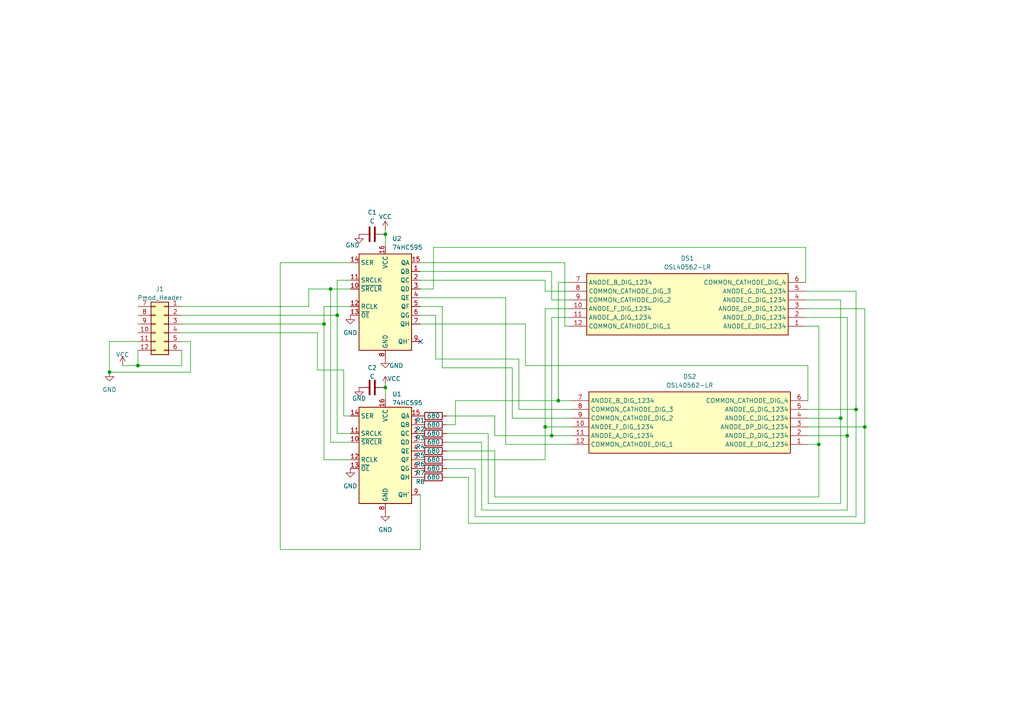
<source format=kicad_sch>
(kicad_sch (version 20230121) (generator eeschema)
  (paper "A4")
  (lib_symbols
    (symbol "74xx:74HC595"
      (property "Reference" "U" (at -7.62 13.97 0))
      (property "Value" "74HC595" (at -7.62 -16.51 0))
      (symbol "74HC595_1_0"
        (pin tri_state line (at 10.16 7.62 180) (length 2.54) (name "QB") (number "1"))
        (pin input line (at -10.16 2.54 0) (length 2.54) (name "~{SRCLR}") (number "10"))
        (pin input line (at -10.16 5.08 0) (length 2.54) (name "SRCLK") (number "11"))
        (pin input line (at -10.16 -2.54 0) (length 2.54) (name "RCLK") (number "12"))
        (pin input line (at -10.16 -5.08 0) (length 2.54) (name "~{OE}") (number "13"))
        (pin input line (at -10.16 10.16 0) (length 2.54) (name "SER") (number "14"))
        (pin tri_state line (at 10.16 10.16 180) (length 2.54) (name "QA") (number "15"))
        (pin power_in line (at 0 15.24 270) (length 2.54) (name "VCC") (number "16"))
        (pin tri_state line (at 10.16 5.08 180) (length 2.54) (name "QC") (number "2"))
        (pin tri_state line (at 10.16 2.54 180) (length 2.54) (name "QD") (number "3"))
        (pin tri_state line (at 10.16 0 180) (length 2.54) (name "QE") (number "4"))
        (pin tri_state line (at 10.16 -2.54 180) (length 2.54) (name "QF") (number "5"))
        (pin tri_state line (at 10.16 -5.08 180) (length 2.54) (name "QG") (number "6"))
        (pin tri_state line (at 10.16 -7.62 180) (length 2.54) (name "QH") (number "7"))
        (pin power_in line (at 0 -17.78 90) (length 2.54) (name "GND") (number "8"))
        (pin output line (at 10.16 -12.7 180) (length 2.54) (name "QH'") (number "9"))
      )
      (symbol "74HC595_1_1"
        (rectangle (start -7.62 12.7) (end 7.62 -15.24) (stroke (width 0.254)) (fill (type background)))
      )
    )
    (symbol "Device:C" (pin_numbers hide) (pin_names (offset 0.254))
      (property "Reference" "C" (at 0.635 2.54 0))
      (property "Value" "C" (at 0.635 -2.54 0))
      (symbol "C_0_1"
        (polyline (pts (xy -2.032 -0.762) (xy 2.032 -0.762)) (stroke (width 0.508)))
        (polyline (pts (xy -2.032 0.762) (xy 2.032 0.762)) (stroke (width 0.508)))
      )
      (symbol "C_1_1"
        (pin passive line (at 0 3.81 270) (length 2.794) (name "~") (number "1"))
        (pin passive line (at 0 -3.81 90) (length 2.794) (name "~") (number "2"))
      )
    )
    (symbol "Device:R" (pin_numbers hide) (pin_names (offset 0))
      (property "Reference" "R" (at 2.032 0 90))
      (property "Value" "R" (at 0 0 90))
      (symbol "R_0_1"
        (rectangle (start -1.016 -2.54) (end 1.016 2.54) (stroke (width 0.254)))
      )
      (symbol "R_1_1"
        (pin passive line (at 0 3.81 270) (length 1.27) (name "~") (number "1"))
        (pin passive line (at 0 -3.81 90) (length 1.27) (name "~") (number "2"))
      )
    )
    (symbol "MyLibrary:Pmod_Header" (pin_names (offset 1.016) hide)
      (property "Reference" "J" (at 1.27 7.62 0))
      (property "Value" "Pmod_Header" (at 1.27 -10.16 0))
      (symbol "Pmod_Header_1_1"
        (rectangle (start -1.27 -7.493) (end 0 -7.747) (stroke (width 0.1524)))
        (rectangle (start -1.27 -4.953) (end 0 -5.207) (stroke (width 0.1524)))
        (rectangle (start -1.27 -2.413) (end 0 -2.667) (stroke (width 0.1524)))
        (rectangle (start -1.27 0.127) (end 0 -0.127) (stroke (width 0.1524)))
        (rectangle (start -1.27 2.667) (end 0 2.413) (stroke (width 0.1524)))
        (rectangle (start -1.27 5.207) (end 0 4.953) (stroke (width 0.1524)))
        (rectangle (start -1.27 6.35) (end 3.81 -8.89) (stroke (width 0.254)) (fill (type background)))
        (rectangle (start 3.81 -7.493) (end 2.54 -7.747) (stroke (width 0.1524)))
        (rectangle (start 3.81 -4.953) (end 2.54 -5.207) (stroke (width 0.1524)))
        (rectangle (start 3.81 -2.413) (end 2.54 -2.667) (stroke (width 0.1524)))
        (rectangle (start 3.81 0.127) (end 2.54 -0.127) (stroke (width 0.1524)))
        (rectangle (start 3.81 2.667) (end 2.54 2.413) (stroke (width 0.1524)))
        (rectangle (start 3.81 5.207) (end 2.54 4.953) (stroke (width 0.1524)))
        (pin passive line (at 7.62 5.08 180) (length 3.81) (name "Pin_1") (number "1"))
        (pin passive line (at -5.08 -2.54 0) (length 3.81) (name "Pin_10") (number "10"))
        (pin passive line (at -5.08 -5.08 0) (length 3.81) (name "Pin_11") (number "11"))
        (pin power_in line (at -5.08 -7.62 0) (length 3.81) (name "Pin_12") (number "12"))
        (pin passive line (at 7.62 2.54 180) (length 3.81) (name "Pin_2") (number "2"))
        (pin passive line (at 7.62 0 180) (length 3.81) (name "Pin_3") (number "3"))
        (pin passive line (at 7.62 -2.54 180) (length 3.81) (name "Pin_4") (number "4"))
        (pin passive line (at 7.62 -5.08 180) (length 3.81) (name "Pin_5") (number "5"))
        (pin power_in line (at 7.62 -7.62 180) (length 3.81) (name "Pin_6") (number "6"))
        (pin passive line (at -5.08 5.08 0) (length 3.81) (name "Pin_7") (number "7"))
        (pin passive line (at -5.08 2.54 0) (length 3.81) (name "Pin_8") (number "8"))
        (pin passive line (at -5.08 0 0) (length 3.81) (name "Pin_9") (number "9"))
      )
    )
    (symbol "SamacSys_Parts:OSL40562-LR"
      (property "Reference" "DS" (at 64.77 7.62 0))
      (property "Value" "OSL40562-LR" (at 64.77 5.08 0))
      (symbol "OSL40562-LR_1_1"
        (rectangle (start 5.08 2.54) (end 63.5 -15.24) (stroke (width 0.254)) (fill (type background)))
        (pin passive line (at 0 0 0) (length 5.08) (name "ANODE_E_DIG_1234") (number "1"))
        (pin passive line (at 68.58 -5.08 180) (length 5.08) (name "ANODE_F_DIG_1234") (number "10"))
        (pin passive line (at 68.58 -2.54 180) (length 5.08) (name "ANODE_A_DIG_1234") (number "11"))
        (pin passive line (at 68.58 0 180) (length 5.08) (name "COMMON_CATHODE_DIG_1") (number "12"))
        (pin passive line (at 0 -2.54 0) (length 5.08) (name "ANODE_D_DIG_1234") (number "2"))
        (pin passive line (at 0 -5.08 0) (length 5.08) (name "ANODE_DP_DIG_1234") (number "3"))
        (pin passive line (at 0 -7.62 0) (length 5.08) (name "ANODE_C_DIG_1234") (number "4"))
        (pin passive line (at 0 -10.16 0) (length 5.08) (name "ANODE_G_DIG_1234") (number "5"))
        (pin passive line (at 0 -12.7 0) (length 5.08) (name "COMMON_CATHODE_DIG_4") (number "6"))
        (pin passive line (at 68.58 -12.7 180) (length 5.08) (name "ANODE_B_DIG_1234") (number "7"))
        (pin passive line (at 68.58 -10.16 180) (length 5.08) (name "COMMON_CATHODE_DIG_3") (number "8"))
        (pin passive line (at 68.58 -7.62 180) (length 5.08) (name "COMMON_CATHODE_DIG_2") (number "9"))
      )
    )
    (symbol "power:GND" (power) (pin_names (offset 0))
      (property "Value" "GND" (at 0 -3.81 0))
      (symbol "GND_0_1"
        (polyline (pts (xy 0 0) (xy 0 -1.27) (xy 1.27 -1.27) (xy 0 -2.54) (xy -1.27 -1.27) (xy 0 -1.27)))
      )
      (symbol "GND_1_1"
        (pin power_in line (at 0 0 270) (length 0) hide (name "GND") (number "1"))
      )
    )
    (symbol "power:VCC" (power) (pin_names (offset 0))
      (property "Value" "VCC" (at 0 3.81 0))
      (symbol "VCC_0_1"
        (polyline (pts (xy -0.762 1.27) (xy 0 2.54)))
        (polyline (pts (xy 0 0) (xy 0 2.54)))
        (polyline (pts (xy 0 2.54) (xy 0.762 1.27)))
      )
      (symbol "VCC_1_1"
        (pin power_in line (at 0 0 90) (length 0) hide (name "VCC") (number "1"))
      )
    )
  )
  (junction (at 111.76 67.945))
  (junction (at 31.75 107.95))
  (junction (at 93.98 93.98))
  (junction (at 160.02 126.365))
  (junction (at 245.745 126.365))
  (junction (at 158.115 123.825))
  (junction (at 95.885 83.82))
  (junction (at 111.76 112.395))
  (junction (at 237.49 128.905))
  (junction (at 250.825 123.825))
  (junction (at 243.84 121.285))
  (junction (at 40.005 106.045))
  (junction (at 161.925 116.205))
  (junction (at 248.285 118.745))
  (junction (at 97.79 91.44))
  (no_connect (at 121.92 99.06))
  (wire (pts (xy 163.83 76.2) (xy 163.83 94.615)))
  (wire (pts (xy 233.68 71.755) (xy 233.68 81.915)))
  (wire (pts (xy 143.51 126.365) (xy 143.51 120.65)))
  (wire (pts (xy 121.92 159.385) (xy 81.28 159.385)))
  (wire (pts (xy 248.285 149.86) (xy 248.285 118.745)))
  (wire (pts (xy 31.75 107.95) (xy 55.245 107.95)))
  (wire (pts (xy 160.02 86.995) (xy 165.1 86.995)))
  (wire (pts (xy 93.98 133.35) (xy 101.6 133.35)))
  (wire (pts (xy 143.51 126.365) (xy 160.02 126.365)))
  (wire (pts (xy 81.28 76.2) (xy 101.6 76.2)))
  (wire (pts (xy 55.245 99.06) (xy 52.705 99.06)))
  (wire (pts (xy 143.51 144.145) (xy 237.49 144.145)))
  (wire (pts (xy 158.115 84.455) (xy 165.1 84.455)))
  (wire (pts (xy 160.02 78.74) (xy 160.02 86.995)))
  (wire (pts (xy 161.925 81.915) (xy 165.1 81.915)))
  (wire (pts (xy 160.02 126.365) (xy 165.735 126.365)))
  (wire (pts (xy 139.7 128.27) (xy 139.7 147.955)))
  (wire (pts (xy 243.84 86.995) (xy 233.68 86.995)))
  (wire (pts (xy 125.73 71.755) (xy 233.68 71.755)))
  (wire (pts (xy 250.825 89.535) (xy 250.825 123.825)))
  (wire (pts (xy 93.98 88.9) (xy 93.98 93.98)))
  (wire (pts (xy 93.98 93.98) (xy 93.98 133.35)))
  (wire (pts (xy 243.84 121.285) (xy 243.84 86.995)))
  (wire (pts (xy 148.59 106.68) (xy 148.59 121.285)))
  (wire (pts (xy 121.92 143.51) (xy 121.92 159.385)))
  (wire (pts (xy 245.745 126.365) (xy 245.745 92.075)))
  (wire (pts (xy 160.02 92.075) (xy 165.1 92.075)))
  (wire (pts (xy 97.79 125.73) (xy 97.79 91.44)))
  (wire (pts (xy 40.005 99.06) (xy 31.75 99.06)))
  (wire (pts (xy 161.925 81.915) (xy 161.925 116.205)))
  (wire (pts (xy 245.745 92.075) (xy 233.68 92.075)))
  (wire (pts (xy 111.76 66.675) (xy 111.76 67.945)))
  (wire (pts (xy 129.54 125.73) (xy 141.605 125.73)))
  (wire (pts (xy 248.285 84.455) (xy 233.68 84.455)))
  (wire (pts (xy 237.49 128.905) (xy 237.49 144.145)))
  (wire (pts (xy 101.6 120.65) (xy 99.695 120.65)))
  (wire (pts (xy 129.54 123.19) (xy 132.08 123.19)))
  (wire (pts (xy 52.705 88.9) (xy 89.535 88.9)))
  (wire (pts (xy 126.365 104.14) (xy 150.495 104.14)))
  (wire (pts (xy 146.685 128.905) (xy 165.735 128.905)))
  (wire (pts (xy 128.27 106.68) (xy 128.27 88.9)))
  (wire (pts (xy 129.54 128.27) (xy 139.7 128.27)))
  (wire (pts (xy 97.79 81.28) (xy 101.6 81.28)))
  (wire (pts (xy 158.115 81.28) (xy 158.115 84.455)))
  (wire (pts (xy 163.83 94.615) (xy 165.1 94.615)))
  (wire (pts (xy 137.795 135.89) (xy 137.795 149.86)))
  (wire (pts (xy 31.75 99.06) (xy 31.75 107.95)))
  (wire (pts (xy 81.28 159.385) (xy 81.28 76.2)))
  (wire (pts (xy 52.705 101.6) (xy 52.705 106.045)))
  (wire (pts (xy 139.7 147.955) (xy 245.745 147.955)))
  (wire (pts (xy 152.4 93.98) (xy 152.4 106.045)))
  (wire (pts (xy 128.27 106.68) (xy 148.59 106.68)))
  (wire (pts (xy 52.705 91.44) (xy 97.79 91.44)))
  (wire (pts (xy 126.365 104.14) (xy 126.365 91.44)))
  (wire (pts (xy 99.695 107.315) (xy 92.075 107.315)))
  (wire (pts (xy 95.885 83.82) (xy 95.885 128.27)))
  (wire (pts (xy 234.315 128.905) (xy 237.49 128.905)))
  (wire (pts (xy 250.825 123.825) (xy 234.315 123.825)))
  (wire (pts (xy 245.745 147.955) (xy 245.745 126.365)))
  (wire (pts (xy 234.315 106.045) (xy 234.315 116.205)))
  (wire (pts (xy 92.075 96.52) (xy 52.705 96.52)))
  (wire (pts (xy 141.605 146.05) (xy 243.84 146.05)))
  (wire (pts (xy 143.51 130.81) (xy 143.51 144.145)))
  (wire (pts (xy 101.6 128.27) (xy 95.885 128.27)))
  (wire (pts (xy 97.79 91.44) (xy 97.79 81.28)))
  (wire (pts (xy 141.605 125.73) (xy 141.605 146.05)))
  (wire (pts (xy 243.84 121.285) (xy 234.315 121.285)))
  (wire (pts (xy 89.535 88.9) (xy 89.535 83.82)))
  (wire (pts (xy 160.02 92.075) (xy 160.02 126.365)))
  (wire (pts (xy 150.495 118.745) (xy 165.735 118.745)))
  (wire (pts (xy 132.08 123.19) (xy 132.08 116.205)))
  (wire (pts (xy 52.705 106.045) (xy 40.005 106.045)))
  (wire (pts (xy 121.92 93.98) (xy 152.4 93.98)))
  (wire (pts (xy 237.49 128.905) (xy 237.49 94.615)))
  (wire (pts (xy 152.4 106.045) (xy 234.315 106.045)))
  (wire (pts (xy 111.76 111.76) (xy 111.76 112.395)))
  (wire (pts (xy 158.115 89.535) (xy 165.1 89.535)))
  (wire (pts (xy 248.285 118.745) (xy 234.315 118.745)))
  (wire (pts (xy 129.54 133.35) (xy 158.115 133.35)))
  (wire (pts (xy 135.89 151.765) (xy 250.825 151.765)))
  (wire (pts (xy 132.08 116.205) (xy 161.925 116.205)))
  (wire (pts (xy 35.56 106.045) (xy 40.005 106.045)))
  (wire (pts (xy 52.705 93.98) (xy 93.98 93.98)))
  (wire (pts (xy 248.285 118.745) (xy 248.285 84.455)))
  (wire (pts (xy 158.115 89.535) (xy 158.115 123.825)))
  (wire (pts (xy 40.005 106.045) (xy 40.005 101.6)))
  (wire (pts (xy 146.685 86.36) (xy 146.685 128.905)))
  (wire (pts (xy 121.92 76.2) (xy 163.83 76.2)))
  (wire (pts (xy 128.27 88.9) (xy 121.92 88.9)))
  (wire (pts (xy 121.92 78.74) (xy 160.02 78.74)))
  (wire (pts (xy 121.92 81.28) (xy 158.115 81.28)))
  (wire (pts (xy 126.365 91.44) (xy 121.92 91.44)))
  (wire (pts (xy 121.92 86.36) (xy 146.685 86.36)))
  (wire (pts (xy 125.73 83.82) (xy 125.73 71.755)))
  (wire (pts (xy 237.49 94.615) (xy 233.68 94.615)))
  (wire (pts (xy 250.825 89.535) (xy 233.68 89.535)))
  (wire (pts (xy 148.59 121.285) (xy 165.735 121.285)))
  (wire (pts (xy 243.84 146.05) (xy 243.84 121.285)))
  (wire (pts (xy 121.92 83.82) (xy 125.73 83.82)))
  (wire (pts (xy 137.795 149.86) (xy 248.285 149.86)))
  (wire (pts (xy 101.6 125.73) (xy 97.79 125.73)))
  (wire (pts (xy 150.495 104.14) (xy 150.495 118.745)))
  (wire (pts (xy 158.115 133.35) (xy 158.115 123.825)))
  (wire (pts (xy 99.695 120.65) (xy 99.695 107.315)))
  (wire (pts (xy 129.54 130.81) (xy 143.51 130.81)))
  (wire (pts (xy 95.885 83.82) (xy 101.6 83.82)))
  (wire (pts (xy 101.6 88.9) (xy 93.98 88.9)))
  (wire (pts (xy 111.76 112.395) (xy 111.76 115.57)))
  (wire (pts (xy 161.925 116.205) (xy 165.735 116.205)))
  (wire (pts (xy 250.825 151.765) (xy 250.825 123.825)))
  (wire (pts (xy 92.075 107.315) (xy 92.075 96.52)))
  (wire (pts (xy 135.89 138.43) (xy 135.89 151.765)))
  (wire (pts (xy 129.54 120.65) (xy 143.51 120.65)))
  (wire (pts (xy 55.245 99.06) (xy 55.245 107.95)))
  (wire (pts (xy 158.115 123.825) (xy 165.735 123.825)))
  (wire (pts (xy 129.54 135.89) (xy 137.795 135.89)))
  (wire (pts (xy 89.535 83.82) (xy 95.885 83.82)))
  (wire (pts (xy 245.745 126.365) (xy 234.315 126.365)))
  (wire (pts (xy 111.76 67.945) (xy 111.76 71.12)))
  (wire (pts (xy 129.54 138.43) (xy 135.89 138.43)))
  (symbol (lib_id "SamacSys_Parts:OSL40562-LR") (at 233.68 94.615 180) (unit 1)
    (property "Reference" "DS1" (at 199.39 74.93 0))
    (property "Value" "OSL40562-LR" (at 199.39 77.47 0))
    (property "Footprint" "DIPS1524W50P254L5030H825Q12N" (effects hide))
    (property "Datasheet" "https://akizukidenshi.com/download/OSL40562-LR.pdf" (effects hide))
    (property "Height" "8.25" (effects hide))
    (property "Manufacturer_Name" "OptoSupply" (effects hide))
    (property "Manufacturer_Part_Number" "OSL40562-LR" (effects hide))
  )
  (symbol (lib_id "power:GND") (at 111.76 104.14 0) (unit 1)
    (property "Reference" "#PWR05" (effects hide))
    (property "Value" "GND" (at 114.935 106.045 0))
  )
  (symbol (lib_id "power:VCC") (at 111.76 111.76 0) (unit 1)
    (property "Reference" "#PWR01" (effects hide))
    (property "Value" "VCC" (at 114.3 109.855 0))
  )
  (symbol (lib_id "Device:R") (at 125.73 123.19 90) (unit 1)
    (property "Reference" "R2" (at 121.92 124.46 90))
    (property "Value" "680" (at 125.73 123.19 90))
    (property "Footprint" "Resistor_SMD:R_0603_1608Metric_Pad0.98x0.95mm_HandSolder" (effects hide))
  )
  (symbol (lib_id "power:VCC") (at 111.76 66.675 0) (unit 1)
    (property "Reference" "#PWR06" (effects hide))
    (property "Value" "VCC" (at 111.76 62.865 0))
  )
  (symbol (lib_id "Device:R") (at 125.73 120.65 90) (unit 1)
    (property "Reference" "R1" (at 121.92 121.92 90))
    (property "Value" "680" (at 125.73 120.65 90))
    (property "Footprint" "Resistor_SMD:R_0603_1608Metric_Pad0.98x0.95mm_HandSolder" (effects hide))
  )
  (symbol (lib_id "power:GND") (at 104.14 67.945 0) (unit 1)
    (property "Reference" "#PWR09" (effects hide))
    (property "Value" "GND" (at 102.235 71.12 0))
  )
  (symbol (lib_id "power:GND") (at 31.75 107.95 0) (unit 1)
    (property "Reference" "#PWR03" (effects hide))
    (property "Value" "GND" (at 31.75 113.03 0))
  )
  (symbol (lib_id "Device:C") (at 107.95 67.945 270) (unit 1)
    (property "Reference" "C1" (at 107.95 61.595 90))
    (property "Value" "C" (at 107.95 64.135 90))
    (property "Footprint" "Capacitor_SMD:C_0603_1608Metric_Pad1.08x0.95mm_HandSolder" (effects hide))
  )
  (symbol (lib_id "Device:R") (at 125.73 138.43 90) (unit 1)
    (property "Reference" "R8" (at 121.92 139.7 90))
    (property "Value" "680" (at 125.73 138.43 90))
    (property "Footprint" "Resistor_SMD:R_0603_1608Metric_Pad0.98x0.95mm_HandSolder" (effects hide))
  )
  (symbol (lib_id "Device:R") (at 125.73 135.89 90) (unit 1)
    (property "Reference" "R7" (at 121.92 137.16 90))
    (property "Value" "680" (at 125.73 135.89 90))
    (property "Footprint" "Resistor_SMD:R_0603_1608Metric_Pad0.98x0.95mm_HandSolder" (effects hide))
  )
  (symbol (lib_id "74xx:74HC595") (at 111.76 86.36 0) (unit 1)
    (property "Reference" "U2" (at 113.7159 69.215 0) (effects (justify left)))
    (property "Value" "74HC595" (at 113.7159 71.755 0) (effects (justify left)))
    (property "Footprint" "Package_SO:SOIC-16W_5.3x10.2mm_P1.27mm" (effects hide))
    (property "Datasheet" "http://www.ti.com/lit/ds/symlink/sn74hc595.pdf" (effects hide))
  )
  (symbol (lib_id "power:GND") (at 104.14 112.395 0) (unit 1)
    (property "Reference" "#PWR010" (effects hide))
    (property "Value" "GND" (at 104.14 115.57 0))
  )
  (symbol (lib_id "74xx:74HC595") (at 111.76 130.81 0) (unit 1)
    (property "Reference" "U1" (at 113.7159 114.3 0) (effects (justify left)))
    (property "Value" "74HC595" (at 113.7159 116.84 0) (effects (justify left)))
    (property "Footprint" "Package_SO:SOIC-16W_5.3x10.2mm_P1.27mm" (effects hide))
    (property "Datasheet" "http://www.ti.com/lit/ds/symlink/sn74hc595.pdf" (effects hide))
  )
  (symbol (lib_id "power:GND") (at 101.6 135.89 0) (unit 1)
    (property "Reference" "#PWR08" (effects hide))
    (property "Value" "GND" (at 101.6 140.97 0))
  )
  (symbol (lib_id "power:VCC") (at 35.56 106.045 0) (unit 1)
    (property "Reference" "#PWR02" (effects hide))
    (property "Value" "VCC" (at 35.56 102.87 0))
  )
  (symbol (lib_id "Device:R") (at 125.73 130.81 90) (unit 1)
    (property "Reference" "R5" (at 121.92 132.08 90))
    (property "Value" "680" (at 125.73 130.81 90))
    (property "Footprint" "Resistor_SMD:R_0603_1608Metric_Pad0.98x0.95mm_HandSolder" (effects hide))
  )
  (symbol (lib_id "Device:R") (at 125.73 133.35 90) (unit 1)
    (property "Reference" "R6" (at 121.92 134.62 90))
    (property "Value" "680" (at 125.73 133.35 90))
    (property "Footprint" "Resistor_SMD:R_0603_1608Metric_Pad0.98x0.95mm_HandSolder" (effects hide))
  )
  (symbol (lib_id "Device:R") (at 125.73 125.73 90) (unit 1)
    (property "Reference" "R3" (at 121.92 127 90))
    (property "Value" "680" (at 125.73 125.73 90))
    (property "Footprint" "Resistor_SMD:R_0603_1608Metric_Pad0.98x0.95mm_HandSolder" (effects hide))
  )
  (symbol (lib_id "MyLibrary:Pmod_Header") (at 45.085 93.98 0) (unit 1)
    (property "Reference" "J1" (at 46.355 83.82 0))
    (property "Value" "Pmod_Header" (at 46.355 86.36 0))
  )
  (symbol (lib_id "power:GND") (at 111.76 148.59 0) (unit 1)
    (property "Reference" "#PWR04" (effects hide))
    (property "Value" "GND" (at 111.76 153.67 0))
  )
  (symbol (lib_id "Device:R") (at 125.73 128.27 90) (unit 1)
    (property "Reference" "R4" (at 121.92 129.54 90))
    (property "Value" "680" (at 125.73 128.27 90))
    (property "Footprint" "Resistor_SMD:R_0603_1608Metric_Pad0.98x0.95mm_HandSolder" (effects hide))
  )
  (symbol (lib_id "power:GND") (at 101.6 91.44 0) (unit 1)
    (property "Reference" "#PWR07" (effects hide))
    (property "Value" "GND" (at 101.6 96.52 0))
  )
  (symbol (lib_id "SamacSys_Parts:OSL40562-LR") (at 234.315 128.905 180) (unit 1)
    (property "Reference" "DS2" (at 200.025 109.22 0))
    (property "Value" "OSL40562-LR" (at 200.025 111.76 0))
    (property "Footprint" "DIPS1524W50P254L5030H825Q12N" (effects hide))
    (property "Datasheet" "https://akizukidenshi.com/download/OSL40562-LR.pdf" (effects hide))
    (property "Height" "8.25" (effects hide))
    (property "Manufacturer_Name" "OptoSupply" (effects hide))
    (property "Manufacturer_Part_Number" "OSL40562-LR" (effects hide))
  )
  (symbol (lib_id "Device:C") (at 107.95 112.395 90) (unit 1)
    (property "Reference" "C2" (at 107.95 106.68 90))
    (property "Value" "C" (at 107.95 109.22 90))
  )
)
</source>
